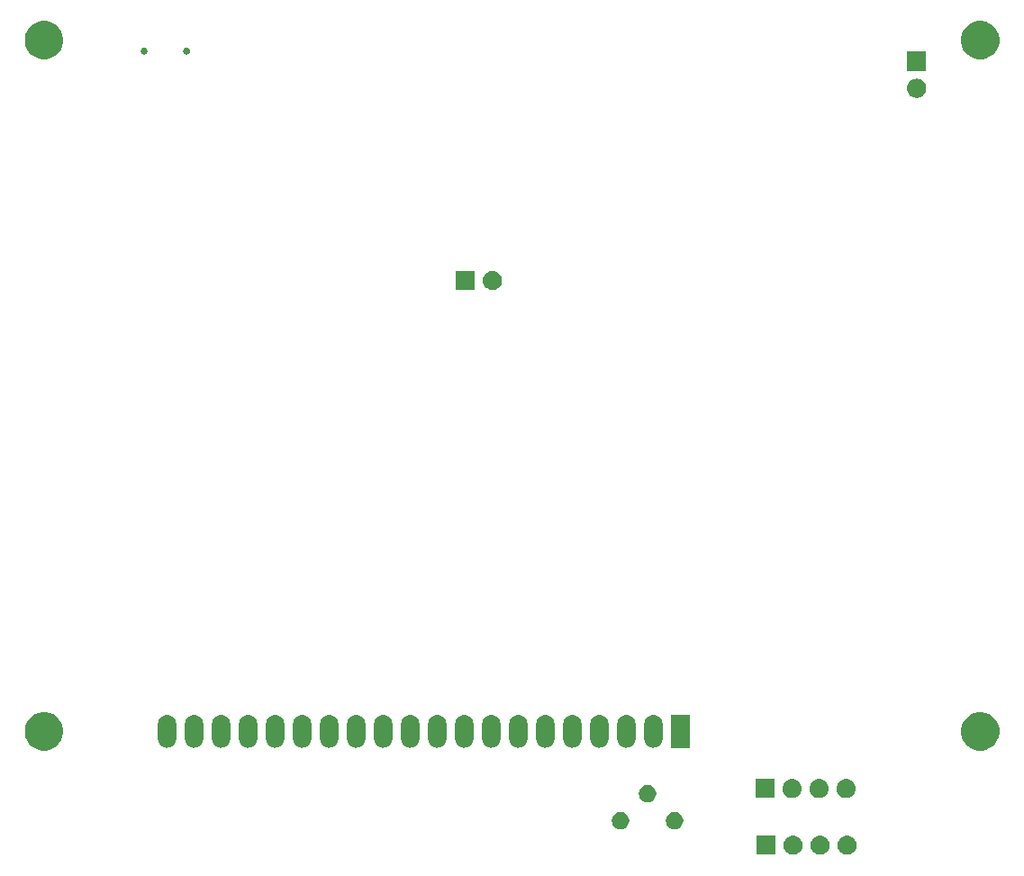
<source format=gbr>
G04 #@! TF.GenerationSoftware,KiCad,Pcbnew,5.0.2+dfsg1-1~bpo9+1*
G04 #@! TF.CreationDate,2019-07-30T16:59:57+07:00*
G04 #@! TF.ProjectId,edukate,6564756b-6174-4652-9e6b-696361645f70,rev?*
G04 #@! TF.SameCoordinates,Original*
G04 #@! TF.FileFunction,Soldermask,Bot*
G04 #@! TF.FilePolarity,Negative*
%FSLAX46Y46*%
G04 Gerber Fmt 4.6, Leading zero omitted, Abs format (unit mm)*
G04 Created by KiCad (PCBNEW 5.0.2+dfsg1-1~bpo9+1) date Tue 30 Jul 2019 04:59:57 PM +07*
%MOMM*%
%LPD*%
G01*
G04 APERTURE LIST*
%ADD10C,0.100000*%
G04 APERTURE END LIST*
D10*
G36*
X139340442Y-103395518D02*
X139406627Y-103402037D01*
X139519853Y-103436384D01*
X139576467Y-103453557D01*
X139715087Y-103527652D01*
X139732991Y-103537222D01*
X139768729Y-103566552D01*
X139870186Y-103649814D01*
X139953448Y-103751271D01*
X139982778Y-103787009D01*
X139982779Y-103787011D01*
X140066443Y-103943533D01*
X140066443Y-103943534D01*
X140117963Y-104113373D01*
X140135359Y-104290000D01*
X140117963Y-104466627D01*
X140083616Y-104579853D01*
X140066443Y-104636467D01*
X139992348Y-104775087D01*
X139982778Y-104792991D01*
X139953448Y-104828729D01*
X139870186Y-104930186D01*
X139768729Y-105013448D01*
X139732991Y-105042778D01*
X139732989Y-105042779D01*
X139576467Y-105126443D01*
X139519853Y-105143616D01*
X139406627Y-105177963D01*
X139340443Y-105184481D01*
X139274260Y-105191000D01*
X139185740Y-105191000D01*
X139119557Y-105184481D01*
X139053373Y-105177963D01*
X138940147Y-105143616D01*
X138883533Y-105126443D01*
X138727011Y-105042779D01*
X138727009Y-105042778D01*
X138691271Y-105013448D01*
X138589814Y-104930186D01*
X138506552Y-104828729D01*
X138477222Y-104792991D01*
X138467652Y-104775087D01*
X138393557Y-104636467D01*
X138376384Y-104579853D01*
X138342037Y-104466627D01*
X138324641Y-104290000D01*
X138342037Y-104113373D01*
X138393557Y-103943534D01*
X138393557Y-103943533D01*
X138477221Y-103787011D01*
X138477222Y-103787009D01*
X138506552Y-103751271D01*
X138589814Y-103649814D01*
X138691271Y-103566552D01*
X138727009Y-103537222D01*
X138744913Y-103527652D01*
X138883533Y-103453557D01*
X138940147Y-103436384D01*
X139053373Y-103402037D01*
X139119558Y-103395518D01*
X139185740Y-103389000D01*
X139274260Y-103389000D01*
X139340442Y-103395518D01*
X139340442Y-103395518D01*
G37*
G36*
X132511000Y-105191000D02*
X130709000Y-105191000D01*
X130709000Y-103389000D01*
X132511000Y-103389000D01*
X132511000Y-105191000D01*
X132511000Y-105191000D01*
G37*
G36*
X134260442Y-103395518D02*
X134326627Y-103402037D01*
X134439853Y-103436384D01*
X134496467Y-103453557D01*
X134635087Y-103527652D01*
X134652991Y-103537222D01*
X134688729Y-103566552D01*
X134790186Y-103649814D01*
X134873448Y-103751271D01*
X134902778Y-103787009D01*
X134902779Y-103787011D01*
X134986443Y-103943533D01*
X134986443Y-103943534D01*
X135037963Y-104113373D01*
X135055359Y-104290000D01*
X135037963Y-104466627D01*
X135003616Y-104579853D01*
X134986443Y-104636467D01*
X134912348Y-104775087D01*
X134902778Y-104792991D01*
X134873448Y-104828729D01*
X134790186Y-104930186D01*
X134688729Y-105013448D01*
X134652991Y-105042778D01*
X134652989Y-105042779D01*
X134496467Y-105126443D01*
X134439853Y-105143616D01*
X134326627Y-105177963D01*
X134260443Y-105184481D01*
X134194260Y-105191000D01*
X134105740Y-105191000D01*
X134039557Y-105184481D01*
X133973373Y-105177963D01*
X133860147Y-105143616D01*
X133803533Y-105126443D01*
X133647011Y-105042779D01*
X133647009Y-105042778D01*
X133611271Y-105013448D01*
X133509814Y-104930186D01*
X133426552Y-104828729D01*
X133397222Y-104792991D01*
X133387652Y-104775087D01*
X133313557Y-104636467D01*
X133296384Y-104579853D01*
X133262037Y-104466627D01*
X133244641Y-104290000D01*
X133262037Y-104113373D01*
X133313557Y-103943534D01*
X133313557Y-103943533D01*
X133397221Y-103787011D01*
X133397222Y-103787009D01*
X133426552Y-103751271D01*
X133509814Y-103649814D01*
X133611271Y-103566552D01*
X133647009Y-103537222D01*
X133664913Y-103527652D01*
X133803533Y-103453557D01*
X133860147Y-103436384D01*
X133973373Y-103402037D01*
X134039558Y-103395518D01*
X134105740Y-103389000D01*
X134194260Y-103389000D01*
X134260442Y-103395518D01*
X134260442Y-103395518D01*
G37*
G36*
X136800442Y-103395518D02*
X136866627Y-103402037D01*
X136979853Y-103436384D01*
X137036467Y-103453557D01*
X137175087Y-103527652D01*
X137192991Y-103537222D01*
X137228729Y-103566552D01*
X137330186Y-103649814D01*
X137413448Y-103751271D01*
X137442778Y-103787009D01*
X137442779Y-103787011D01*
X137526443Y-103943533D01*
X137526443Y-103943534D01*
X137577963Y-104113373D01*
X137595359Y-104290000D01*
X137577963Y-104466627D01*
X137543616Y-104579853D01*
X137526443Y-104636467D01*
X137452348Y-104775087D01*
X137442778Y-104792991D01*
X137413448Y-104828729D01*
X137330186Y-104930186D01*
X137228729Y-105013448D01*
X137192991Y-105042778D01*
X137192989Y-105042779D01*
X137036467Y-105126443D01*
X136979853Y-105143616D01*
X136866627Y-105177963D01*
X136800443Y-105184481D01*
X136734260Y-105191000D01*
X136645740Y-105191000D01*
X136579557Y-105184481D01*
X136513373Y-105177963D01*
X136400147Y-105143616D01*
X136343533Y-105126443D01*
X136187011Y-105042779D01*
X136187009Y-105042778D01*
X136151271Y-105013448D01*
X136049814Y-104930186D01*
X135966552Y-104828729D01*
X135937222Y-104792991D01*
X135927652Y-104775087D01*
X135853557Y-104636467D01*
X135836384Y-104579853D01*
X135802037Y-104466627D01*
X135784641Y-104290000D01*
X135802037Y-104113373D01*
X135853557Y-103943534D01*
X135853557Y-103943533D01*
X135937221Y-103787011D01*
X135937222Y-103787009D01*
X135966552Y-103751271D01*
X136049814Y-103649814D01*
X136151271Y-103566552D01*
X136187009Y-103537222D01*
X136204913Y-103527652D01*
X136343533Y-103453557D01*
X136400147Y-103436384D01*
X136513373Y-103402037D01*
X136579558Y-103395518D01*
X136645740Y-103389000D01*
X136734260Y-103389000D01*
X136800442Y-103395518D01*
X136800442Y-103395518D01*
G37*
G36*
X123247142Y-101218242D02*
X123395102Y-101279530D01*
X123528258Y-101368502D01*
X123641498Y-101481742D01*
X123730470Y-101614898D01*
X123791758Y-101762858D01*
X123823000Y-101919925D01*
X123823000Y-102080075D01*
X123791758Y-102237142D01*
X123730470Y-102385102D01*
X123641498Y-102518258D01*
X123528258Y-102631498D01*
X123395102Y-102720470D01*
X123247142Y-102781758D01*
X123090075Y-102813000D01*
X122929925Y-102813000D01*
X122772858Y-102781758D01*
X122624898Y-102720470D01*
X122491742Y-102631498D01*
X122378502Y-102518258D01*
X122289530Y-102385102D01*
X122228242Y-102237142D01*
X122197000Y-102080075D01*
X122197000Y-101919925D01*
X122228242Y-101762858D01*
X122289530Y-101614898D01*
X122378502Y-101481742D01*
X122491742Y-101368502D01*
X122624898Y-101279530D01*
X122772858Y-101218242D01*
X122929925Y-101187000D01*
X123090075Y-101187000D01*
X123247142Y-101218242D01*
X123247142Y-101218242D01*
G37*
G36*
X118167142Y-101218242D02*
X118315102Y-101279530D01*
X118448258Y-101368502D01*
X118561498Y-101481742D01*
X118650470Y-101614898D01*
X118711758Y-101762858D01*
X118743000Y-101919925D01*
X118743000Y-102080075D01*
X118711758Y-102237142D01*
X118650470Y-102385102D01*
X118561498Y-102518258D01*
X118448258Y-102631498D01*
X118315102Y-102720470D01*
X118167142Y-102781758D01*
X118010075Y-102813000D01*
X117849925Y-102813000D01*
X117692858Y-102781758D01*
X117544898Y-102720470D01*
X117411742Y-102631498D01*
X117298502Y-102518258D01*
X117209530Y-102385102D01*
X117148242Y-102237142D01*
X117117000Y-102080075D01*
X117117000Y-101919925D01*
X117148242Y-101762858D01*
X117209530Y-101614898D01*
X117298502Y-101481742D01*
X117411742Y-101368502D01*
X117544898Y-101279530D01*
X117692858Y-101218242D01*
X117849925Y-101187000D01*
X118010075Y-101187000D01*
X118167142Y-101218242D01*
X118167142Y-101218242D01*
G37*
G36*
X120707142Y-98678242D02*
X120855102Y-98739530D01*
X120922130Y-98784317D01*
X120988257Y-98828501D01*
X121101499Y-98941743D01*
X121145683Y-99007870D01*
X121190470Y-99074898D01*
X121251758Y-99222858D01*
X121283000Y-99379925D01*
X121283000Y-99540075D01*
X121251758Y-99697142D01*
X121190470Y-99845102D01*
X121101498Y-99978258D01*
X120988258Y-100091498D01*
X120855102Y-100180470D01*
X120707142Y-100241758D01*
X120550075Y-100273000D01*
X120389925Y-100273000D01*
X120232858Y-100241758D01*
X120084898Y-100180470D01*
X119951742Y-100091498D01*
X119838502Y-99978258D01*
X119749530Y-99845102D01*
X119688242Y-99697142D01*
X119657000Y-99540075D01*
X119657000Y-99379925D01*
X119688242Y-99222858D01*
X119749530Y-99074898D01*
X119794317Y-99007870D01*
X119838501Y-98941743D01*
X119951743Y-98828501D01*
X120017870Y-98784317D01*
X120084898Y-98739530D01*
X120232858Y-98678242D01*
X120389925Y-98647000D01*
X120550075Y-98647000D01*
X120707142Y-98678242D01*
X120707142Y-98678242D01*
G37*
G36*
X139240442Y-98075518D02*
X139306627Y-98082037D01*
X139419853Y-98116384D01*
X139476467Y-98133557D01*
X139615087Y-98207652D01*
X139632991Y-98217222D01*
X139668729Y-98246552D01*
X139770186Y-98329814D01*
X139853448Y-98431271D01*
X139882778Y-98467009D01*
X139882779Y-98467011D01*
X139966443Y-98623533D01*
X139966443Y-98623534D01*
X140017963Y-98793373D01*
X140035359Y-98970000D01*
X140017963Y-99146627D01*
X139983616Y-99259853D01*
X139966443Y-99316467D01*
X139932523Y-99379925D01*
X139882778Y-99472991D01*
X139853448Y-99508729D01*
X139770186Y-99610186D01*
X139668729Y-99693448D01*
X139632991Y-99722778D01*
X139632989Y-99722779D01*
X139476467Y-99806443D01*
X139419853Y-99823616D01*
X139306627Y-99857963D01*
X139240443Y-99864481D01*
X139174260Y-99871000D01*
X139085740Y-99871000D01*
X139019557Y-99864481D01*
X138953373Y-99857963D01*
X138840147Y-99823616D01*
X138783533Y-99806443D01*
X138627011Y-99722779D01*
X138627009Y-99722778D01*
X138591271Y-99693448D01*
X138489814Y-99610186D01*
X138406552Y-99508729D01*
X138377222Y-99472991D01*
X138327477Y-99379925D01*
X138293557Y-99316467D01*
X138276384Y-99259853D01*
X138242037Y-99146627D01*
X138224641Y-98970000D01*
X138242037Y-98793373D01*
X138293557Y-98623534D01*
X138293557Y-98623533D01*
X138377221Y-98467011D01*
X138377222Y-98467009D01*
X138406552Y-98431271D01*
X138489814Y-98329814D01*
X138591271Y-98246552D01*
X138627009Y-98217222D01*
X138644913Y-98207652D01*
X138783533Y-98133557D01*
X138840147Y-98116384D01*
X138953373Y-98082037D01*
X139019558Y-98075518D01*
X139085740Y-98069000D01*
X139174260Y-98069000D01*
X139240442Y-98075518D01*
X139240442Y-98075518D01*
G37*
G36*
X136700442Y-98075518D02*
X136766627Y-98082037D01*
X136879853Y-98116384D01*
X136936467Y-98133557D01*
X137075087Y-98207652D01*
X137092991Y-98217222D01*
X137128729Y-98246552D01*
X137230186Y-98329814D01*
X137313448Y-98431271D01*
X137342778Y-98467009D01*
X137342779Y-98467011D01*
X137426443Y-98623533D01*
X137426443Y-98623534D01*
X137477963Y-98793373D01*
X137495359Y-98970000D01*
X137477963Y-99146627D01*
X137443616Y-99259853D01*
X137426443Y-99316467D01*
X137392523Y-99379925D01*
X137342778Y-99472991D01*
X137313448Y-99508729D01*
X137230186Y-99610186D01*
X137128729Y-99693448D01*
X137092991Y-99722778D01*
X137092989Y-99722779D01*
X136936467Y-99806443D01*
X136879853Y-99823616D01*
X136766627Y-99857963D01*
X136700443Y-99864481D01*
X136634260Y-99871000D01*
X136545740Y-99871000D01*
X136479557Y-99864481D01*
X136413373Y-99857963D01*
X136300147Y-99823616D01*
X136243533Y-99806443D01*
X136087011Y-99722779D01*
X136087009Y-99722778D01*
X136051271Y-99693448D01*
X135949814Y-99610186D01*
X135866552Y-99508729D01*
X135837222Y-99472991D01*
X135787477Y-99379925D01*
X135753557Y-99316467D01*
X135736384Y-99259853D01*
X135702037Y-99146627D01*
X135684641Y-98970000D01*
X135702037Y-98793373D01*
X135753557Y-98623534D01*
X135753557Y-98623533D01*
X135837221Y-98467011D01*
X135837222Y-98467009D01*
X135866552Y-98431271D01*
X135949814Y-98329814D01*
X136051271Y-98246552D01*
X136087009Y-98217222D01*
X136104913Y-98207652D01*
X136243533Y-98133557D01*
X136300147Y-98116384D01*
X136413373Y-98082037D01*
X136479558Y-98075518D01*
X136545740Y-98069000D01*
X136634260Y-98069000D01*
X136700442Y-98075518D01*
X136700442Y-98075518D01*
G37*
G36*
X134160442Y-98075518D02*
X134226627Y-98082037D01*
X134339853Y-98116384D01*
X134396467Y-98133557D01*
X134535087Y-98207652D01*
X134552991Y-98217222D01*
X134588729Y-98246552D01*
X134690186Y-98329814D01*
X134773448Y-98431271D01*
X134802778Y-98467009D01*
X134802779Y-98467011D01*
X134886443Y-98623533D01*
X134886443Y-98623534D01*
X134937963Y-98793373D01*
X134955359Y-98970000D01*
X134937963Y-99146627D01*
X134903616Y-99259853D01*
X134886443Y-99316467D01*
X134852523Y-99379925D01*
X134802778Y-99472991D01*
X134773448Y-99508729D01*
X134690186Y-99610186D01*
X134588729Y-99693448D01*
X134552991Y-99722778D01*
X134552989Y-99722779D01*
X134396467Y-99806443D01*
X134339853Y-99823616D01*
X134226627Y-99857963D01*
X134160443Y-99864481D01*
X134094260Y-99871000D01*
X134005740Y-99871000D01*
X133939557Y-99864481D01*
X133873373Y-99857963D01*
X133760147Y-99823616D01*
X133703533Y-99806443D01*
X133547011Y-99722779D01*
X133547009Y-99722778D01*
X133511271Y-99693448D01*
X133409814Y-99610186D01*
X133326552Y-99508729D01*
X133297222Y-99472991D01*
X133247477Y-99379925D01*
X133213557Y-99316467D01*
X133196384Y-99259853D01*
X133162037Y-99146627D01*
X133144641Y-98970000D01*
X133162037Y-98793373D01*
X133213557Y-98623534D01*
X133213557Y-98623533D01*
X133297221Y-98467011D01*
X133297222Y-98467009D01*
X133326552Y-98431271D01*
X133409814Y-98329814D01*
X133511271Y-98246552D01*
X133547009Y-98217222D01*
X133564913Y-98207652D01*
X133703533Y-98133557D01*
X133760147Y-98116384D01*
X133873373Y-98082037D01*
X133939558Y-98075518D01*
X134005740Y-98069000D01*
X134094260Y-98069000D01*
X134160442Y-98075518D01*
X134160442Y-98075518D01*
G37*
G36*
X132411000Y-99871000D02*
X130609000Y-99871000D01*
X130609000Y-98069000D01*
X132411000Y-98069000D01*
X132411000Y-99871000D01*
X132411000Y-99871000D01*
G37*
G36*
X64265331Y-91868211D02*
X64593092Y-92003974D01*
X64888073Y-92201074D01*
X65138926Y-92451927D01*
X65336026Y-92746908D01*
X65471789Y-93074669D01*
X65541000Y-93422616D01*
X65541000Y-93777384D01*
X65471789Y-94125331D01*
X65336026Y-94453092D01*
X65138926Y-94748073D01*
X64888073Y-94998926D01*
X64593092Y-95196026D01*
X64265331Y-95331789D01*
X63917384Y-95401000D01*
X63562616Y-95401000D01*
X63214669Y-95331789D01*
X62886908Y-95196026D01*
X62591927Y-94998926D01*
X62341074Y-94748073D01*
X62143974Y-94453092D01*
X62008211Y-94125331D01*
X61939000Y-93777384D01*
X61939000Y-93422616D01*
X62008211Y-93074669D01*
X62143974Y-92746908D01*
X62341074Y-92451927D01*
X62591927Y-92201074D01*
X62886908Y-92003974D01*
X63214669Y-91868211D01*
X63562616Y-91799000D01*
X63917384Y-91799000D01*
X64265331Y-91868211D01*
X64265331Y-91868211D01*
G37*
G36*
X152265331Y-91868211D02*
X152593092Y-92003974D01*
X152888073Y-92201074D01*
X153138926Y-92451927D01*
X153336026Y-92746908D01*
X153471789Y-93074669D01*
X153541000Y-93422616D01*
X153541000Y-93777384D01*
X153471789Y-94125331D01*
X153336026Y-94453092D01*
X153138926Y-94748073D01*
X152888073Y-94998926D01*
X152593092Y-95196026D01*
X152265331Y-95331789D01*
X151917384Y-95401000D01*
X151562616Y-95401000D01*
X151214669Y-95331789D01*
X150886908Y-95196026D01*
X150591927Y-94998926D01*
X150341074Y-94748073D01*
X150143974Y-94453092D01*
X150008211Y-94125331D01*
X149939000Y-93777384D01*
X149939000Y-93422616D01*
X150008211Y-93074669D01*
X150143974Y-92746908D01*
X150341074Y-92451927D01*
X150591927Y-92201074D01*
X150886908Y-92003974D01*
X151214669Y-91868211D01*
X151562616Y-91799000D01*
X151917384Y-91799000D01*
X152265331Y-91868211D01*
X152265331Y-91868211D01*
G37*
G36*
X121186820Y-92061313D02*
X121186823Y-92061314D01*
X121186824Y-92061314D01*
X121347238Y-92109975D01*
X121347240Y-92109976D01*
X121347243Y-92109977D01*
X121495078Y-92188995D01*
X121624659Y-92295341D01*
X121731005Y-92424922D01*
X121810023Y-92572756D01*
X121858687Y-92733179D01*
X121871000Y-92858196D01*
X121871000Y-94341804D01*
X121858687Y-94466821D01*
X121810023Y-94627244D01*
X121731005Y-94775078D01*
X121624659Y-94904659D01*
X121495078Y-95011005D01*
X121347244Y-95090023D01*
X121347241Y-95090024D01*
X121347239Y-95090025D01*
X121186825Y-95138686D01*
X121186824Y-95138686D01*
X121186821Y-95138687D01*
X121020000Y-95155117D01*
X120853180Y-95138687D01*
X120853177Y-95138686D01*
X120853176Y-95138686D01*
X120692762Y-95090025D01*
X120692760Y-95090024D01*
X120692757Y-95090023D01*
X120544923Y-95011005D01*
X120415342Y-94904659D01*
X120308996Y-94775078D01*
X120229978Y-94627244D01*
X120181314Y-94466821D01*
X120169001Y-94341804D01*
X120169000Y-92858197D01*
X120181313Y-92733180D01*
X120181314Y-92733176D01*
X120229975Y-92572762D01*
X120229976Y-92572760D01*
X120229977Y-92572757D01*
X120308995Y-92424922D01*
X120415341Y-92295341D01*
X120544922Y-92188995D01*
X120692756Y-92109977D01*
X120692759Y-92109976D01*
X120692761Y-92109975D01*
X120853175Y-92061314D01*
X120853176Y-92061314D01*
X120853179Y-92061313D01*
X121020000Y-92044883D01*
X121186820Y-92061313D01*
X121186820Y-92061313D01*
G37*
G36*
X118646820Y-92061313D02*
X118646823Y-92061314D01*
X118646824Y-92061314D01*
X118807238Y-92109975D01*
X118807240Y-92109976D01*
X118807243Y-92109977D01*
X118955078Y-92188995D01*
X119084659Y-92295341D01*
X119191005Y-92424922D01*
X119270023Y-92572756D01*
X119318687Y-92733179D01*
X119331000Y-92858196D01*
X119331000Y-94341804D01*
X119318687Y-94466821D01*
X119270023Y-94627244D01*
X119191005Y-94775078D01*
X119084659Y-94904659D01*
X118955078Y-95011005D01*
X118807244Y-95090023D01*
X118807241Y-95090024D01*
X118807239Y-95090025D01*
X118646825Y-95138686D01*
X118646824Y-95138686D01*
X118646821Y-95138687D01*
X118480000Y-95155117D01*
X118313180Y-95138687D01*
X118313177Y-95138686D01*
X118313176Y-95138686D01*
X118152762Y-95090025D01*
X118152760Y-95090024D01*
X118152757Y-95090023D01*
X118004923Y-95011005D01*
X117875342Y-94904659D01*
X117768996Y-94775078D01*
X117689978Y-94627244D01*
X117641314Y-94466821D01*
X117629001Y-94341804D01*
X117629000Y-92858197D01*
X117641313Y-92733180D01*
X117641314Y-92733176D01*
X117689975Y-92572762D01*
X117689976Y-92572760D01*
X117689977Y-92572757D01*
X117768995Y-92424922D01*
X117875341Y-92295341D01*
X118004922Y-92188995D01*
X118152756Y-92109977D01*
X118152759Y-92109976D01*
X118152761Y-92109975D01*
X118313175Y-92061314D01*
X118313176Y-92061314D01*
X118313179Y-92061313D01*
X118480000Y-92044883D01*
X118646820Y-92061313D01*
X118646820Y-92061313D01*
G37*
G36*
X75466820Y-92061313D02*
X75466823Y-92061314D01*
X75466824Y-92061314D01*
X75627238Y-92109975D01*
X75627240Y-92109976D01*
X75627243Y-92109977D01*
X75775078Y-92188995D01*
X75904659Y-92295341D01*
X76011005Y-92424922D01*
X76090023Y-92572756D01*
X76138687Y-92733179D01*
X76151000Y-92858196D01*
X76151000Y-94341804D01*
X76138687Y-94466821D01*
X76090023Y-94627244D01*
X76011005Y-94775078D01*
X75904659Y-94904659D01*
X75775078Y-95011005D01*
X75627244Y-95090023D01*
X75627241Y-95090024D01*
X75627239Y-95090025D01*
X75466825Y-95138686D01*
X75466824Y-95138686D01*
X75466821Y-95138687D01*
X75300000Y-95155117D01*
X75133180Y-95138687D01*
X75133177Y-95138686D01*
X75133176Y-95138686D01*
X74972762Y-95090025D01*
X74972760Y-95090024D01*
X74972757Y-95090023D01*
X74824923Y-95011005D01*
X74695342Y-94904659D01*
X74588996Y-94775078D01*
X74509978Y-94627244D01*
X74461314Y-94466821D01*
X74449001Y-94341804D01*
X74449000Y-92858197D01*
X74461313Y-92733180D01*
X74461314Y-92733176D01*
X74509975Y-92572762D01*
X74509976Y-92572760D01*
X74509977Y-92572757D01*
X74588995Y-92424922D01*
X74695341Y-92295341D01*
X74824922Y-92188995D01*
X74972756Y-92109977D01*
X74972759Y-92109976D01*
X74972761Y-92109975D01*
X75133175Y-92061314D01*
X75133176Y-92061314D01*
X75133179Y-92061313D01*
X75300000Y-92044883D01*
X75466820Y-92061313D01*
X75466820Y-92061313D01*
G37*
G36*
X78006820Y-92061313D02*
X78006823Y-92061314D01*
X78006824Y-92061314D01*
X78167238Y-92109975D01*
X78167240Y-92109976D01*
X78167243Y-92109977D01*
X78315078Y-92188995D01*
X78444659Y-92295341D01*
X78551005Y-92424922D01*
X78630023Y-92572756D01*
X78678687Y-92733179D01*
X78691000Y-92858196D01*
X78691000Y-94341804D01*
X78678687Y-94466821D01*
X78630023Y-94627244D01*
X78551005Y-94775078D01*
X78444659Y-94904659D01*
X78315078Y-95011005D01*
X78167244Y-95090023D01*
X78167241Y-95090024D01*
X78167239Y-95090025D01*
X78006825Y-95138686D01*
X78006824Y-95138686D01*
X78006821Y-95138687D01*
X77840000Y-95155117D01*
X77673180Y-95138687D01*
X77673177Y-95138686D01*
X77673176Y-95138686D01*
X77512762Y-95090025D01*
X77512760Y-95090024D01*
X77512757Y-95090023D01*
X77364923Y-95011005D01*
X77235342Y-94904659D01*
X77128996Y-94775078D01*
X77049978Y-94627244D01*
X77001314Y-94466821D01*
X76989001Y-94341804D01*
X76989000Y-92858197D01*
X77001313Y-92733180D01*
X77001314Y-92733176D01*
X77049975Y-92572762D01*
X77049976Y-92572760D01*
X77049977Y-92572757D01*
X77128995Y-92424922D01*
X77235341Y-92295341D01*
X77364922Y-92188995D01*
X77512756Y-92109977D01*
X77512759Y-92109976D01*
X77512761Y-92109975D01*
X77673175Y-92061314D01*
X77673176Y-92061314D01*
X77673179Y-92061313D01*
X77840000Y-92044883D01*
X78006820Y-92061313D01*
X78006820Y-92061313D01*
G37*
G36*
X80546820Y-92061313D02*
X80546823Y-92061314D01*
X80546824Y-92061314D01*
X80707238Y-92109975D01*
X80707240Y-92109976D01*
X80707243Y-92109977D01*
X80855078Y-92188995D01*
X80984659Y-92295341D01*
X81091005Y-92424922D01*
X81170023Y-92572756D01*
X81218687Y-92733179D01*
X81231000Y-92858196D01*
X81231000Y-94341804D01*
X81218687Y-94466821D01*
X81170023Y-94627244D01*
X81091005Y-94775078D01*
X80984659Y-94904659D01*
X80855078Y-95011005D01*
X80707244Y-95090023D01*
X80707241Y-95090024D01*
X80707239Y-95090025D01*
X80546825Y-95138686D01*
X80546824Y-95138686D01*
X80546821Y-95138687D01*
X80380000Y-95155117D01*
X80213180Y-95138687D01*
X80213177Y-95138686D01*
X80213176Y-95138686D01*
X80052762Y-95090025D01*
X80052760Y-95090024D01*
X80052757Y-95090023D01*
X79904923Y-95011005D01*
X79775342Y-94904659D01*
X79668996Y-94775078D01*
X79589978Y-94627244D01*
X79541314Y-94466821D01*
X79529001Y-94341804D01*
X79529000Y-92858197D01*
X79541313Y-92733180D01*
X79541314Y-92733176D01*
X79589975Y-92572762D01*
X79589976Y-92572760D01*
X79589977Y-92572757D01*
X79668995Y-92424922D01*
X79775341Y-92295341D01*
X79904922Y-92188995D01*
X80052756Y-92109977D01*
X80052759Y-92109976D01*
X80052761Y-92109975D01*
X80213175Y-92061314D01*
X80213176Y-92061314D01*
X80213179Y-92061313D01*
X80380000Y-92044883D01*
X80546820Y-92061313D01*
X80546820Y-92061313D01*
G37*
G36*
X83086820Y-92061313D02*
X83086823Y-92061314D01*
X83086824Y-92061314D01*
X83247238Y-92109975D01*
X83247240Y-92109976D01*
X83247243Y-92109977D01*
X83395078Y-92188995D01*
X83524659Y-92295341D01*
X83631005Y-92424922D01*
X83710023Y-92572756D01*
X83758687Y-92733179D01*
X83771000Y-92858196D01*
X83771000Y-94341804D01*
X83758687Y-94466821D01*
X83710023Y-94627244D01*
X83631005Y-94775078D01*
X83524659Y-94904659D01*
X83395078Y-95011005D01*
X83247244Y-95090023D01*
X83247241Y-95090024D01*
X83247239Y-95090025D01*
X83086825Y-95138686D01*
X83086824Y-95138686D01*
X83086821Y-95138687D01*
X82920000Y-95155117D01*
X82753180Y-95138687D01*
X82753177Y-95138686D01*
X82753176Y-95138686D01*
X82592762Y-95090025D01*
X82592760Y-95090024D01*
X82592757Y-95090023D01*
X82444923Y-95011005D01*
X82315342Y-94904659D01*
X82208996Y-94775078D01*
X82129978Y-94627244D01*
X82081314Y-94466821D01*
X82069001Y-94341804D01*
X82069000Y-92858197D01*
X82081313Y-92733180D01*
X82081314Y-92733176D01*
X82129975Y-92572762D01*
X82129976Y-92572760D01*
X82129977Y-92572757D01*
X82208995Y-92424922D01*
X82315341Y-92295341D01*
X82444922Y-92188995D01*
X82592756Y-92109977D01*
X82592759Y-92109976D01*
X82592761Y-92109975D01*
X82753175Y-92061314D01*
X82753176Y-92061314D01*
X82753179Y-92061313D01*
X82920000Y-92044883D01*
X83086820Y-92061313D01*
X83086820Y-92061313D01*
G37*
G36*
X85626820Y-92061313D02*
X85626823Y-92061314D01*
X85626824Y-92061314D01*
X85787238Y-92109975D01*
X85787240Y-92109976D01*
X85787243Y-92109977D01*
X85935078Y-92188995D01*
X86064659Y-92295341D01*
X86171005Y-92424922D01*
X86250023Y-92572756D01*
X86298687Y-92733179D01*
X86311000Y-92858196D01*
X86311000Y-94341804D01*
X86298687Y-94466821D01*
X86250023Y-94627244D01*
X86171005Y-94775078D01*
X86064659Y-94904659D01*
X85935078Y-95011005D01*
X85787244Y-95090023D01*
X85787241Y-95090024D01*
X85787239Y-95090025D01*
X85626825Y-95138686D01*
X85626824Y-95138686D01*
X85626821Y-95138687D01*
X85460000Y-95155117D01*
X85293180Y-95138687D01*
X85293177Y-95138686D01*
X85293176Y-95138686D01*
X85132762Y-95090025D01*
X85132760Y-95090024D01*
X85132757Y-95090023D01*
X84984923Y-95011005D01*
X84855342Y-94904659D01*
X84748996Y-94775078D01*
X84669978Y-94627244D01*
X84621314Y-94466821D01*
X84609001Y-94341804D01*
X84609000Y-92858197D01*
X84621313Y-92733180D01*
X84621314Y-92733176D01*
X84669975Y-92572762D01*
X84669976Y-92572760D01*
X84669977Y-92572757D01*
X84748995Y-92424922D01*
X84855341Y-92295341D01*
X84984922Y-92188995D01*
X85132756Y-92109977D01*
X85132759Y-92109976D01*
X85132761Y-92109975D01*
X85293175Y-92061314D01*
X85293176Y-92061314D01*
X85293179Y-92061313D01*
X85460000Y-92044883D01*
X85626820Y-92061313D01*
X85626820Y-92061313D01*
G37*
G36*
X98326820Y-92061313D02*
X98326823Y-92061314D01*
X98326824Y-92061314D01*
X98487238Y-92109975D01*
X98487240Y-92109976D01*
X98487243Y-92109977D01*
X98635078Y-92188995D01*
X98764659Y-92295341D01*
X98871005Y-92424922D01*
X98950023Y-92572756D01*
X98998687Y-92733179D01*
X99011000Y-92858196D01*
X99011000Y-94341804D01*
X98998687Y-94466821D01*
X98950023Y-94627244D01*
X98871005Y-94775078D01*
X98764659Y-94904659D01*
X98635078Y-95011005D01*
X98487244Y-95090023D01*
X98487241Y-95090024D01*
X98487239Y-95090025D01*
X98326825Y-95138686D01*
X98326824Y-95138686D01*
X98326821Y-95138687D01*
X98160000Y-95155117D01*
X97993180Y-95138687D01*
X97993177Y-95138686D01*
X97993176Y-95138686D01*
X97832762Y-95090025D01*
X97832760Y-95090024D01*
X97832757Y-95090023D01*
X97684923Y-95011005D01*
X97555342Y-94904659D01*
X97448996Y-94775078D01*
X97369978Y-94627244D01*
X97321314Y-94466821D01*
X97309001Y-94341804D01*
X97309000Y-92858197D01*
X97321313Y-92733180D01*
X97321314Y-92733176D01*
X97369975Y-92572762D01*
X97369976Y-92572760D01*
X97369977Y-92572757D01*
X97448995Y-92424922D01*
X97555341Y-92295341D01*
X97684922Y-92188995D01*
X97832756Y-92109977D01*
X97832759Y-92109976D01*
X97832761Y-92109975D01*
X97993175Y-92061314D01*
X97993176Y-92061314D01*
X97993179Y-92061313D01*
X98160000Y-92044883D01*
X98326820Y-92061313D01*
X98326820Y-92061313D01*
G37*
G36*
X88166820Y-92061313D02*
X88166823Y-92061314D01*
X88166824Y-92061314D01*
X88327238Y-92109975D01*
X88327240Y-92109976D01*
X88327243Y-92109977D01*
X88475078Y-92188995D01*
X88604659Y-92295341D01*
X88711005Y-92424922D01*
X88790023Y-92572756D01*
X88838687Y-92733179D01*
X88851000Y-92858196D01*
X88851000Y-94341804D01*
X88838687Y-94466821D01*
X88790023Y-94627244D01*
X88711005Y-94775078D01*
X88604659Y-94904659D01*
X88475078Y-95011005D01*
X88327244Y-95090023D01*
X88327241Y-95090024D01*
X88327239Y-95090025D01*
X88166825Y-95138686D01*
X88166824Y-95138686D01*
X88166821Y-95138687D01*
X88000000Y-95155117D01*
X87833180Y-95138687D01*
X87833177Y-95138686D01*
X87833176Y-95138686D01*
X87672762Y-95090025D01*
X87672760Y-95090024D01*
X87672757Y-95090023D01*
X87524923Y-95011005D01*
X87395342Y-94904659D01*
X87288996Y-94775078D01*
X87209978Y-94627244D01*
X87161314Y-94466821D01*
X87149001Y-94341804D01*
X87149000Y-92858197D01*
X87161313Y-92733180D01*
X87161314Y-92733176D01*
X87209975Y-92572762D01*
X87209976Y-92572760D01*
X87209977Y-92572757D01*
X87288995Y-92424922D01*
X87395341Y-92295341D01*
X87524922Y-92188995D01*
X87672756Y-92109977D01*
X87672759Y-92109976D01*
X87672761Y-92109975D01*
X87833175Y-92061314D01*
X87833176Y-92061314D01*
X87833179Y-92061313D01*
X88000000Y-92044883D01*
X88166820Y-92061313D01*
X88166820Y-92061313D01*
G37*
G36*
X90706820Y-92061313D02*
X90706823Y-92061314D01*
X90706824Y-92061314D01*
X90867238Y-92109975D01*
X90867240Y-92109976D01*
X90867243Y-92109977D01*
X91015078Y-92188995D01*
X91144659Y-92295341D01*
X91251005Y-92424922D01*
X91330023Y-92572756D01*
X91378687Y-92733179D01*
X91391000Y-92858196D01*
X91391000Y-94341804D01*
X91378687Y-94466821D01*
X91330023Y-94627244D01*
X91251005Y-94775078D01*
X91144659Y-94904659D01*
X91015078Y-95011005D01*
X90867244Y-95090023D01*
X90867241Y-95090024D01*
X90867239Y-95090025D01*
X90706825Y-95138686D01*
X90706824Y-95138686D01*
X90706821Y-95138687D01*
X90540000Y-95155117D01*
X90373180Y-95138687D01*
X90373177Y-95138686D01*
X90373176Y-95138686D01*
X90212762Y-95090025D01*
X90212760Y-95090024D01*
X90212757Y-95090023D01*
X90064923Y-95011005D01*
X89935342Y-94904659D01*
X89828996Y-94775078D01*
X89749978Y-94627244D01*
X89701314Y-94466821D01*
X89689001Y-94341804D01*
X89689000Y-92858197D01*
X89701313Y-92733180D01*
X89701314Y-92733176D01*
X89749975Y-92572762D01*
X89749976Y-92572760D01*
X89749977Y-92572757D01*
X89828995Y-92424922D01*
X89935341Y-92295341D01*
X90064922Y-92188995D01*
X90212756Y-92109977D01*
X90212759Y-92109976D01*
X90212761Y-92109975D01*
X90373175Y-92061314D01*
X90373176Y-92061314D01*
X90373179Y-92061313D01*
X90540000Y-92044883D01*
X90706820Y-92061313D01*
X90706820Y-92061313D01*
G37*
G36*
X95786820Y-92061313D02*
X95786823Y-92061314D01*
X95786824Y-92061314D01*
X95947238Y-92109975D01*
X95947240Y-92109976D01*
X95947243Y-92109977D01*
X96095078Y-92188995D01*
X96224659Y-92295341D01*
X96331005Y-92424922D01*
X96410023Y-92572756D01*
X96458687Y-92733179D01*
X96471000Y-92858196D01*
X96471000Y-94341804D01*
X96458687Y-94466821D01*
X96410023Y-94627244D01*
X96331005Y-94775078D01*
X96224659Y-94904659D01*
X96095078Y-95011005D01*
X95947244Y-95090023D01*
X95947241Y-95090024D01*
X95947239Y-95090025D01*
X95786825Y-95138686D01*
X95786824Y-95138686D01*
X95786821Y-95138687D01*
X95620000Y-95155117D01*
X95453180Y-95138687D01*
X95453177Y-95138686D01*
X95453176Y-95138686D01*
X95292762Y-95090025D01*
X95292760Y-95090024D01*
X95292757Y-95090023D01*
X95144923Y-95011005D01*
X95015342Y-94904659D01*
X94908996Y-94775078D01*
X94829978Y-94627244D01*
X94781314Y-94466821D01*
X94769001Y-94341804D01*
X94769000Y-92858197D01*
X94781313Y-92733180D01*
X94781314Y-92733176D01*
X94829975Y-92572762D01*
X94829976Y-92572760D01*
X94829977Y-92572757D01*
X94908995Y-92424922D01*
X95015341Y-92295341D01*
X95144922Y-92188995D01*
X95292756Y-92109977D01*
X95292759Y-92109976D01*
X95292761Y-92109975D01*
X95453175Y-92061314D01*
X95453176Y-92061314D01*
X95453179Y-92061313D01*
X95620000Y-92044883D01*
X95786820Y-92061313D01*
X95786820Y-92061313D01*
G37*
G36*
X100866820Y-92061313D02*
X100866823Y-92061314D01*
X100866824Y-92061314D01*
X101027238Y-92109975D01*
X101027240Y-92109976D01*
X101027243Y-92109977D01*
X101175078Y-92188995D01*
X101304659Y-92295341D01*
X101411005Y-92424922D01*
X101490023Y-92572756D01*
X101538687Y-92733179D01*
X101551000Y-92858196D01*
X101551000Y-94341804D01*
X101538687Y-94466821D01*
X101490023Y-94627244D01*
X101411005Y-94775078D01*
X101304659Y-94904659D01*
X101175078Y-95011005D01*
X101027244Y-95090023D01*
X101027241Y-95090024D01*
X101027239Y-95090025D01*
X100866825Y-95138686D01*
X100866824Y-95138686D01*
X100866821Y-95138687D01*
X100700000Y-95155117D01*
X100533180Y-95138687D01*
X100533177Y-95138686D01*
X100533176Y-95138686D01*
X100372762Y-95090025D01*
X100372760Y-95090024D01*
X100372757Y-95090023D01*
X100224923Y-95011005D01*
X100095342Y-94904659D01*
X99988996Y-94775078D01*
X99909978Y-94627244D01*
X99861314Y-94466821D01*
X99849001Y-94341804D01*
X99849000Y-92858197D01*
X99861313Y-92733180D01*
X99861314Y-92733176D01*
X99909975Y-92572762D01*
X99909976Y-92572760D01*
X99909977Y-92572757D01*
X99988995Y-92424922D01*
X100095341Y-92295341D01*
X100224922Y-92188995D01*
X100372756Y-92109977D01*
X100372759Y-92109976D01*
X100372761Y-92109975D01*
X100533175Y-92061314D01*
X100533176Y-92061314D01*
X100533179Y-92061313D01*
X100700000Y-92044883D01*
X100866820Y-92061313D01*
X100866820Y-92061313D01*
G37*
G36*
X103406820Y-92061313D02*
X103406823Y-92061314D01*
X103406824Y-92061314D01*
X103567238Y-92109975D01*
X103567240Y-92109976D01*
X103567243Y-92109977D01*
X103715078Y-92188995D01*
X103844659Y-92295341D01*
X103951005Y-92424922D01*
X104030023Y-92572756D01*
X104078687Y-92733179D01*
X104091000Y-92858196D01*
X104091000Y-94341804D01*
X104078687Y-94466821D01*
X104030023Y-94627244D01*
X103951005Y-94775078D01*
X103844659Y-94904659D01*
X103715078Y-95011005D01*
X103567244Y-95090023D01*
X103567241Y-95090024D01*
X103567239Y-95090025D01*
X103406825Y-95138686D01*
X103406824Y-95138686D01*
X103406821Y-95138687D01*
X103240000Y-95155117D01*
X103073180Y-95138687D01*
X103073177Y-95138686D01*
X103073176Y-95138686D01*
X102912762Y-95090025D01*
X102912760Y-95090024D01*
X102912757Y-95090023D01*
X102764923Y-95011005D01*
X102635342Y-94904659D01*
X102528996Y-94775078D01*
X102449978Y-94627244D01*
X102401314Y-94466821D01*
X102389001Y-94341804D01*
X102389000Y-92858197D01*
X102401313Y-92733180D01*
X102401314Y-92733176D01*
X102449975Y-92572762D01*
X102449976Y-92572760D01*
X102449977Y-92572757D01*
X102528995Y-92424922D01*
X102635341Y-92295341D01*
X102764922Y-92188995D01*
X102912756Y-92109977D01*
X102912759Y-92109976D01*
X102912761Y-92109975D01*
X103073175Y-92061314D01*
X103073176Y-92061314D01*
X103073179Y-92061313D01*
X103240000Y-92044883D01*
X103406820Y-92061313D01*
X103406820Y-92061313D01*
G37*
G36*
X105946820Y-92061313D02*
X105946823Y-92061314D01*
X105946824Y-92061314D01*
X106107238Y-92109975D01*
X106107240Y-92109976D01*
X106107243Y-92109977D01*
X106255078Y-92188995D01*
X106384659Y-92295341D01*
X106491005Y-92424922D01*
X106570023Y-92572756D01*
X106618687Y-92733179D01*
X106631000Y-92858196D01*
X106631000Y-94341804D01*
X106618687Y-94466821D01*
X106570023Y-94627244D01*
X106491005Y-94775078D01*
X106384659Y-94904659D01*
X106255078Y-95011005D01*
X106107244Y-95090023D01*
X106107241Y-95090024D01*
X106107239Y-95090025D01*
X105946825Y-95138686D01*
X105946824Y-95138686D01*
X105946821Y-95138687D01*
X105780000Y-95155117D01*
X105613180Y-95138687D01*
X105613177Y-95138686D01*
X105613176Y-95138686D01*
X105452762Y-95090025D01*
X105452760Y-95090024D01*
X105452757Y-95090023D01*
X105304923Y-95011005D01*
X105175342Y-94904659D01*
X105068996Y-94775078D01*
X104989978Y-94627244D01*
X104941314Y-94466821D01*
X104929001Y-94341804D01*
X104929000Y-92858197D01*
X104941313Y-92733180D01*
X104941314Y-92733176D01*
X104989975Y-92572762D01*
X104989976Y-92572760D01*
X104989977Y-92572757D01*
X105068995Y-92424922D01*
X105175341Y-92295341D01*
X105304922Y-92188995D01*
X105452756Y-92109977D01*
X105452759Y-92109976D01*
X105452761Y-92109975D01*
X105613175Y-92061314D01*
X105613176Y-92061314D01*
X105613179Y-92061313D01*
X105780000Y-92044883D01*
X105946820Y-92061313D01*
X105946820Y-92061313D01*
G37*
G36*
X111026820Y-92061313D02*
X111026823Y-92061314D01*
X111026824Y-92061314D01*
X111187238Y-92109975D01*
X111187240Y-92109976D01*
X111187243Y-92109977D01*
X111335078Y-92188995D01*
X111464659Y-92295341D01*
X111571005Y-92424922D01*
X111650023Y-92572756D01*
X111698687Y-92733179D01*
X111711000Y-92858196D01*
X111711000Y-94341804D01*
X111698687Y-94466821D01*
X111650023Y-94627244D01*
X111571005Y-94775078D01*
X111464659Y-94904659D01*
X111335078Y-95011005D01*
X111187244Y-95090023D01*
X111187241Y-95090024D01*
X111187239Y-95090025D01*
X111026825Y-95138686D01*
X111026824Y-95138686D01*
X111026821Y-95138687D01*
X110860000Y-95155117D01*
X110693180Y-95138687D01*
X110693177Y-95138686D01*
X110693176Y-95138686D01*
X110532762Y-95090025D01*
X110532760Y-95090024D01*
X110532757Y-95090023D01*
X110384923Y-95011005D01*
X110255342Y-94904659D01*
X110148996Y-94775078D01*
X110069978Y-94627244D01*
X110021314Y-94466821D01*
X110009001Y-94341804D01*
X110009000Y-92858197D01*
X110021313Y-92733180D01*
X110021314Y-92733176D01*
X110069975Y-92572762D01*
X110069976Y-92572760D01*
X110069977Y-92572757D01*
X110148995Y-92424922D01*
X110255341Y-92295341D01*
X110384922Y-92188995D01*
X110532756Y-92109977D01*
X110532759Y-92109976D01*
X110532761Y-92109975D01*
X110693175Y-92061314D01*
X110693176Y-92061314D01*
X110693179Y-92061313D01*
X110860000Y-92044883D01*
X111026820Y-92061313D01*
X111026820Y-92061313D01*
G37*
G36*
X113566820Y-92061313D02*
X113566823Y-92061314D01*
X113566824Y-92061314D01*
X113727238Y-92109975D01*
X113727240Y-92109976D01*
X113727243Y-92109977D01*
X113875078Y-92188995D01*
X114004659Y-92295341D01*
X114111005Y-92424922D01*
X114190023Y-92572756D01*
X114238687Y-92733179D01*
X114251000Y-92858196D01*
X114251000Y-94341804D01*
X114238687Y-94466821D01*
X114190023Y-94627244D01*
X114111005Y-94775078D01*
X114004659Y-94904659D01*
X113875078Y-95011005D01*
X113727244Y-95090023D01*
X113727241Y-95090024D01*
X113727239Y-95090025D01*
X113566825Y-95138686D01*
X113566824Y-95138686D01*
X113566821Y-95138687D01*
X113400000Y-95155117D01*
X113233180Y-95138687D01*
X113233177Y-95138686D01*
X113233176Y-95138686D01*
X113072762Y-95090025D01*
X113072760Y-95090024D01*
X113072757Y-95090023D01*
X112924923Y-95011005D01*
X112795342Y-94904659D01*
X112688996Y-94775078D01*
X112609978Y-94627244D01*
X112561314Y-94466821D01*
X112549001Y-94341804D01*
X112549000Y-92858197D01*
X112561313Y-92733180D01*
X112561314Y-92733176D01*
X112609975Y-92572762D01*
X112609976Y-92572760D01*
X112609977Y-92572757D01*
X112688995Y-92424922D01*
X112795341Y-92295341D01*
X112924922Y-92188995D01*
X113072756Y-92109977D01*
X113072759Y-92109976D01*
X113072761Y-92109975D01*
X113233175Y-92061314D01*
X113233176Y-92061314D01*
X113233179Y-92061313D01*
X113400000Y-92044883D01*
X113566820Y-92061313D01*
X113566820Y-92061313D01*
G37*
G36*
X108486820Y-92061313D02*
X108486823Y-92061314D01*
X108486824Y-92061314D01*
X108647238Y-92109975D01*
X108647240Y-92109976D01*
X108647243Y-92109977D01*
X108795078Y-92188995D01*
X108924659Y-92295341D01*
X109031005Y-92424922D01*
X109110023Y-92572756D01*
X109158687Y-92733179D01*
X109171000Y-92858196D01*
X109171000Y-94341804D01*
X109158687Y-94466821D01*
X109110023Y-94627244D01*
X109031005Y-94775078D01*
X108924659Y-94904659D01*
X108795078Y-95011005D01*
X108647244Y-95090023D01*
X108647241Y-95090024D01*
X108647239Y-95090025D01*
X108486825Y-95138686D01*
X108486824Y-95138686D01*
X108486821Y-95138687D01*
X108320000Y-95155117D01*
X108153180Y-95138687D01*
X108153177Y-95138686D01*
X108153176Y-95138686D01*
X107992762Y-95090025D01*
X107992760Y-95090024D01*
X107992757Y-95090023D01*
X107844923Y-95011005D01*
X107715342Y-94904659D01*
X107608996Y-94775078D01*
X107529978Y-94627244D01*
X107481314Y-94466821D01*
X107469001Y-94341804D01*
X107469000Y-92858197D01*
X107481313Y-92733180D01*
X107481314Y-92733176D01*
X107529975Y-92572762D01*
X107529976Y-92572760D01*
X107529977Y-92572757D01*
X107608995Y-92424922D01*
X107715341Y-92295341D01*
X107844922Y-92188995D01*
X107992756Y-92109977D01*
X107992759Y-92109976D01*
X107992761Y-92109975D01*
X108153175Y-92061314D01*
X108153176Y-92061314D01*
X108153179Y-92061313D01*
X108320000Y-92044883D01*
X108486820Y-92061313D01*
X108486820Y-92061313D01*
G37*
G36*
X116106820Y-92061313D02*
X116106823Y-92061314D01*
X116106824Y-92061314D01*
X116267238Y-92109975D01*
X116267240Y-92109976D01*
X116267243Y-92109977D01*
X116415078Y-92188995D01*
X116544659Y-92295341D01*
X116651005Y-92424922D01*
X116730023Y-92572756D01*
X116778687Y-92733179D01*
X116791000Y-92858196D01*
X116791000Y-94341804D01*
X116778687Y-94466821D01*
X116730023Y-94627244D01*
X116651005Y-94775078D01*
X116544659Y-94904659D01*
X116415078Y-95011005D01*
X116267244Y-95090023D01*
X116267241Y-95090024D01*
X116267239Y-95090025D01*
X116106825Y-95138686D01*
X116106824Y-95138686D01*
X116106821Y-95138687D01*
X115940000Y-95155117D01*
X115773180Y-95138687D01*
X115773177Y-95138686D01*
X115773176Y-95138686D01*
X115612762Y-95090025D01*
X115612760Y-95090024D01*
X115612757Y-95090023D01*
X115464923Y-95011005D01*
X115335342Y-94904659D01*
X115228996Y-94775078D01*
X115149978Y-94627244D01*
X115101314Y-94466821D01*
X115089001Y-94341804D01*
X115089000Y-92858197D01*
X115101313Y-92733180D01*
X115101314Y-92733176D01*
X115149975Y-92572762D01*
X115149976Y-92572760D01*
X115149977Y-92572757D01*
X115228995Y-92424922D01*
X115335341Y-92295341D01*
X115464922Y-92188995D01*
X115612756Y-92109977D01*
X115612759Y-92109976D01*
X115612761Y-92109975D01*
X115773175Y-92061314D01*
X115773176Y-92061314D01*
X115773179Y-92061313D01*
X115940000Y-92044883D01*
X116106820Y-92061313D01*
X116106820Y-92061313D01*
G37*
G36*
X93246820Y-92061313D02*
X93246823Y-92061314D01*
X93246824Y-92061314D01*
X93407238Y-92109975D01*
X93407240Y-92109976D01*
X93407243Y-92109977D01*
X93555078Y-92188995D01*
X93684659Y-92295341D01*
X93791005Y-92424922D01*
X93870023Y-92572756D01*
X93918687Y-92733179D01*
X93931000Y-92858196D01*
X93931000Y-94341804D01*
X93918687Y-94466821D01*
X93870023Y-94627244D01*
X93791005Y-94775078D01*
X93684659Y-94904659D01*
X93555078Y-95011005D01*
X93407244Y-95090023D01*
X93407241Y-95090024D01*
X93407239Y-95090025D01*
X93246825Y-95138686D01*
X93246824Y-95138686D01*
X93246821Y-95138687D01*
X93080000Y-95155117D01*
X92913180Y-95138687D01*
X92913177Y-95138686D01*
X92913176Y-95138686D01*
X92752762Y-95090025D01*
X92752760Y-95090024D01*
X92752757Y-95090023D01*
X92604923Y-95011005D01*
X92475342Y-94904659D01*
X92368996Y-94775078D01*
X92289978Y-94627244D01*
X92241314Y-94466821D01*
X92229001Y-94341804D01*
X92229000Y-92858197D01*
X92241313Y-92733180D01*
X92241314Y-92733176D01*
X92289975Y-92572762D01*
X92289976Y-92572760D01*
X92289977Y-92572757D01*
X92368995Y-92424922D01*
X92475341Y-92295341D01*
X92604922Y-92188995D01*
X92752756Y-92109977D01*
X92752759Y-92109976D01*
X92752761Y-92109975D01*
X92913175Y-92061314D01*
X92913176Y-92061314D01*
X92913179Y-92061313D01*
X93080000Y-92044883D01*
X93246820Y-92061313D01*
X93246820Y-92061313D01*
G37*
G36*
X124411000Y-95151000D02*
X122709000Y-95151000D01*
X122709000Y-92049000D01*
X124411000Y-92049000D01*
X124411000Y-95151000D01*
X124411000Y-95151000D01*
G37*
G36*
X104251000Y-52101000D02*
X102449000Y-52101000D01*
X102449000Y-50299000D01*
X104251000Y-50299000D01*
X104251000Y-52101000D01*
X104251000Y-52101000D01*
G37*
G36*
X106000442Y-50305518D02*
X106066627Y-50312037D01*
X106179853Y-50346384D01*
X106236467Y-50363557D01*
X106375087Y-50437652D01*
X106392991Y-50447222D01*
X106428729Y-50476552D01*
X106530186Y-50559814D01*
X106613448Y-50661271D01*
X106642778Y-50697009D01*
X106642779Y-50697011D01*
X106726443Y-50853533D01*
X106726443Y-50853534D01*
X106777963Y-51023373D01*
X106795359Y-51200000D01*
X106777963Y-51376627D01*
X106743616Y-51489853D01*
X106726443Y-51546467D01*
X106652348Y-51685087D01*
X106642778Y-51702991D01*
X106613448Y-51738729D01*
X106530186Y-51840186D01*
X106428729Y-51923448D01*
X106392991Y-51952778D01*
X106392989Y-51952779D01*
X106236467Y-52036443D01*
X106179853Y-52053616D01*
X106066627Y-52087963D01*
X106000442Y-52094482D01*
X105934260Y-52101000D01*
X105845740Y-52101000D01*
X105779558Y-52094482D01*
X105713373Y-52087963D01*
X105600147Y-52053616D01*
X105543533Y-52036443D01*
X105387011Y-51952779D01*
X105387009Y-51952778D01*
X105351271Y-51923448D01*
X105249814Y-51840186D01*
X105166552Y-51738729D01*
X105137222Y-51702991D01*
X105127652Y-51685087D01*
X105053557Y-51546467D01*
X105036384Y-51489853D01*
X105002037Y-51376627D01*
X104984641Y-51200000D01*
X105002037Y-51023373D01*
X105053557Y-50853534D01*
X105053557Y-50853533D01*
X105137221Y-50697011D01*
X105137222Y-50697009D01*
X105166552Y-50661271D01*
X105249814Y-50559814D01*
X105351271Y-50476552D01*
X105387009Y-50447222D01*
X105404913Y-50437652D01*
X105543533Y-50363557D01*
X105600147Y-50346384D01*
X105713373Y-50312037D01*
X105779558Y-50305518D01*
X105845740Y-50299000D01*
X105934260Y-50299000D01*
X106000442Y-50305518D01*
X106000442Y-50305518D01*
G37*
G36*
X145880443Y-32225519D02*
X145946627Y-32232037D01*
X146059853Y-32266384D01*
X146116467Y-32283557D01*
X146255087Y-32357652D01*
X146272991Y-32367222D01*
X146308729Y-32396552D01*
X146410186Y-32479814D01*
X146493448Y-32581271D01*
X146522778Y-32617009D01*
X146522779Y-32617011D01*
X146606443Y-32773533D01*
X146606443Y-32773534D01*
X146657963Y-32943373D01*
X146675359Y-33120000D01*
X146657963Y-33296627D01*
X146623616Y-33409853D01*
X146606443Y-33466467D01*
X146532348Y-33605087D01*
X146522778Y-33622991D01*
X146493448Y-33658729D01*
X146410186Y-33760186D01*
X146308729Y-33843448D01*
X146272991Y-33872778D01*
X146272989Y-33872779D01*
X146116467Y-33956443D01*
X146059853Y-33973616D01*
X145946627Y-34007963D01*
X145880442Y-34014482D01*
X145814260Y-34021000D01*
X145725740Y-34021000D01*
X145659558Y-34014482D01*
X145593373Y-34007963D01*
X145480147Y-33973616D01*
X145423533Y-33956443D01*
X145267011Y-33872779D01*
X145267009Y-33872778D01*
X145231271Y-33843448D01*
X145129814Y-33760186D01*
X145046552Y-33658729D01*
X145017222Y-33622991D01*
X145007652Y-33605087D01*
X144933557Y-33466467D01*
X144916384Y-33409853D01*
X144882037Y-33296627D01*
X144864641Y-33120000D01*
X144882037Y-32943373D01*
X144933557Y-32773534D01*
X144933557Y-32773533D01*
X145017221Y-32617011D01*
X145017222Y-32617009D01*
X145046552Y-32581271D01*
X145129814Y-32479814D01*
X145231271Y-32396552D01*
X145267009Y-32367222D01*
X145284913Y-32357652D01*
X145423533Y-32283557D01*
X145480147Y-32266384D01*
X145593373Y-32232037D01*
X145659557Y-32225519D01*
X145725740Y-32219000D01*
X145814260Y-32219000D01*
X145880443Y-32225519D01*
X145880443Y-32225519D01*
G37*
G36*
X146671000Y-31481000D02*
X144869000Y-31481000D01*
X144869000Y-29679000D01*
X146671000Y-29679000D01*
X146671000Y-31481000D01*
X146671000Y-31481000D01*
G37*
G36*
X152265331Y-26868211D02*
X152593092Y-27003974D01*
X152888073Y-27201074D01*
X153138926Y-27451927D01*
X153336026Y-27746908D01*
X153471789Y-28074669D01*
X153541000Y-28422616D01*
X153541000Y-28777384D01*
X153471789Y-29125331D01*
X153336026Y-29453092D01*
X153138926Y-29748073D01*
X152888073Y-29998926D01*
X152593092Y-30196026D01*
X152265331Y-30331789D01*
X151917384Y-30401000D01*
X151562616Y-30401000D01*
X151214669Y-30331789D01*
X150886908Y-30196026D01*
X150591927Y-29998926D01*
X150341074Y-29748073D01*
X150143974Y-29453092D01*
X150008211Y-29125331D01*
X149939000Y-28777384D01*
X149939000Y-28422616D01*
X150008211Y-28074669D01*
X150143974Y-27746908D01*
X150341074Y-27451927D01*
X150591927Y-27201074D01*
X150886908Y-27003974D01*
X151214669Y-26868211D01*
X151562616Y-26799000D01*
X151917384Y-26799000D01*
X152265331Y-26868211D01*
X152265331Y-26868211D01*
G37*
G36*
X64265331Y-26868211D02*
X64593092Y-27003974D01*
X64888073Y-27201074D01*
X65138926Y-27451927D01*
X65336026Y-27746908D01*
X65471789Y-28074669D01*
X65541000Y-28422616D01*
X65541000Y-28777384D01*
X65471789Y-29125331D01*
X65336026Y-29453092D01*
X65138926Y-29748073D01*
X64888073Y-29998926D01*
X64593092Y-30196026D01*
X64265331Y-30331789D01*
X63917384Y-30401000D01*
X63562616Y-30401000D01*
X63214669Y-30331789D01*
X62886908Y-30196026D01*
X62591927Y-29998926D01*
X62341074Y-29748073D01*
X62143974Y-29453092D01*
X62008211Y-29125331D01*
X61939000Y-28777384D01*
X61939000Y-28422616D01*
X62008211Y-28074669D01*
X62143974Y-27746908D01*
X62341074Y-27451927D01*
X62591927Y-27201074D01*
X62886908Y-27003974D01*
X63214669Y-26868211D01*
X63562616Y-26799000D01*
X63917384Y-26799000D01*
X64265331Y-26868211D01*
X64265331Y-26868211D01*
G37*
G36*
X77235091Y-29306528D02*
X77294420Y-29331103D01*
X77347814Y-29366780D01*
X77393220Y-29412186D01*
X77428897Y-29465580D01*
X77453472Y-29524909D01*
X77466000Y-29587892D01*
X77466000Y-29652108D01*
X77453472Y-29715091D01*
X77428897Y-29774420D01*
X77393220Y-29827814D01*
X77347814Y-29873220D01*
X77294420Y-29908897D01*
X77235091Y-29933472D01*
X77172108Y-29946000D01*
X77107892Y-29946000D01*
X77044909Y-29933472D01*
X76985580Y-29908897D01*
X76932186Y-29873220D01*
X76886780Y-29827814D01*
X76851103Y-29774420D01*
X76826528Y-29715091D01*
X76814000Y-29652108D01*
X76814000Y-29587892D01*
X76826528Y-29524909D01*
X76851103Y-29465580D01*
X76886780Y-29412186D01*
X76932186Y-29366780D01*
X76985580Y-29331103D01*
X77044909Y-29306528D01*
X77107892Y-29294000D01*
X77172108Y-29294000D01*
X77235091Y-29306528D01*
X77235091Y-29306528D01*
G37*
G36*
X73235091Y-29306528D02*
X73294420Y-29331103D01*
X73347814Y-29366780D01*
X73393220Y-29412186D01*
X73428897Y-29465580D01*
X73453472Y-29524909D01*
X73466000Y-29587892D01*
X73466000Y-29652108D01*
X73453472Y-29715091D01*
X73428897Y-29774420D01*
X73393220Y-29827814D01*
X73347814Y-29873220D01*
X73294420Y-29908897D01*
X73235091Y-29933472D01*
X73172108Y-29946000D01*
X73107892Y-29946000D01*
X73044909Y-29933472D01*
X72985580Y-29908897D01*
X72932186Y-29873220D01*
X72886780Y-29827814D01*
X72851103Y-29774420D01*
X72826528Y-29715091D01*
X72814000Y-29652108D01*
X72814000Y-29587892D01*
X72826528Y-29524909D01*
X72851103Y-29465580D01*
X72886780Y-29412186D01*
X72932186Y-29366780D01*
X72985580Y-29331103D01*
X73044909Y-29306528D01*
X73107892Y-29294000D01*
X73172108Y-29294000D01*
X73235091Y-29306528D01*
X73235091Y-29306528D01*
G37*
M02*

</source>
